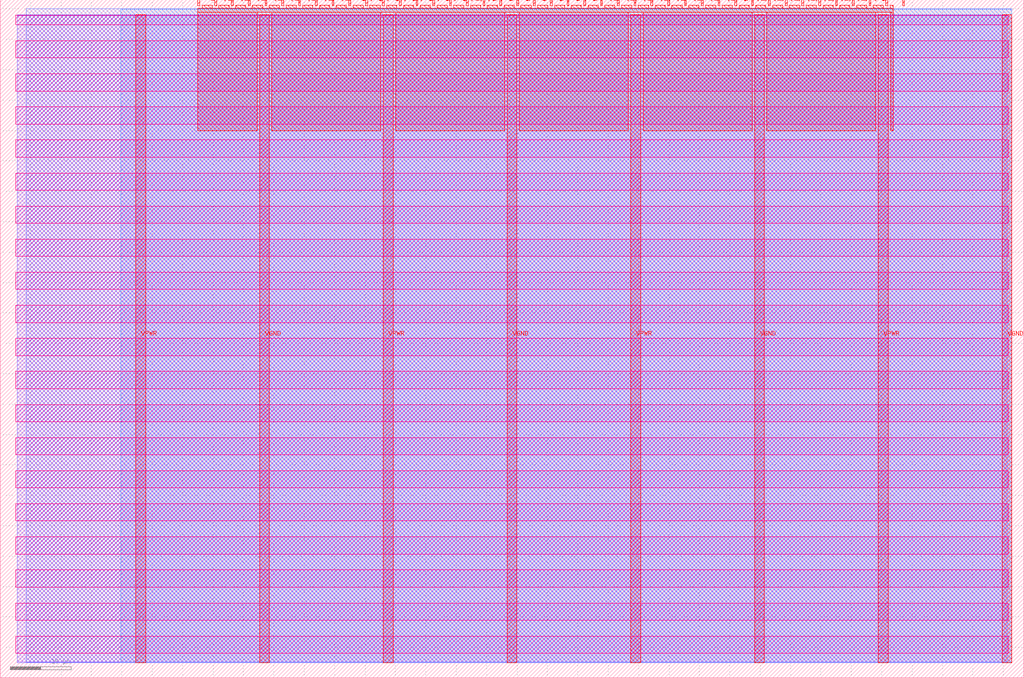
<source format=lef>
VERSION 5.7 ;
  NOWIREEXTENSIONATPIN ON ;
  DIVIDERCHAR "/" ;
  BUSBITCHARS "[]" ;
MACRO tt_um_tomkeddie_a
  CLASS BLOCK ;
  FOREIGN tt_um_tomkeddie_a ;
  ORIGIN 0.000 0.000 ;
  SIZE 168.360 BY 111.520 ;
  PIN VGND
    DIRECTION INOUT ;
    USE GROUND ;
    PORT
      LAYER met4 ;
        RECT 42.670 2.480 44.270 109.040 ;
    END
    PORT
      LAYER met4 ;
        RECT 83.380 2.480 84.980 109.040 ;
    END
    PORT
      LAYER met4 ;
        RECT 124.090 2.480 125.690 109.040 ;
    END
    PORT
      LAYER met4 ;
        RECT 164.800 2.480 166.400 109.040 ;
    END
  END VGND
  PIN VPWR
    DIRECTION INOUT ;
    USE POWER ;
    PORT
      LAYER met4 ;
        RECT 22.315 2.480 23.915 109.040 ;
    END
    PORT
      LAYER met4 ;
        RECT 63.025 2.480 64.625 109.040 ;
    END
    PORT
      LAYER met4 ;
        RECT 103.735 2.480 105.335 109.040 ;
    END
    PORT
      LAYER met4 ;
        RECT 144.445 2.480 146.045 109.040 ;
    END
  END VPWR
  PIN clk
    DIRECTION INPUT ;
    USE SIGNAL ;
    ANTENNAGATEAREA 0.852000 ;
    PORT
      LAYER met4 ;
        RECT 145.670 110.520 145.970 111.520 ;
    END
  END clk
  PIN ena
    DIRECTION INPUT ;
    USE SIGNAL ;
    PORT
      LAYER met4 ;
        RECT 148.430 110.520 148.730 111.520 ;
    END
  END ena
  PIN rst_n
    DIRECTION INPUT ;
    USE SIGNAL ;
    ANTENNAGATEAREA 0.213000 ;
    PORT
      LAYER met4 ;
        RECT 142.910 110.520 143.210 111.520 ;
    END
  END rst_n
  PIN ui_in[0]
    DIRECTION INPUT ;
    USE SIGNAL ;
    ANTENNAGATEAREA 0.196500 ;
    PORT
      LAYER met4 ;
        RECT 140.150 110.520 140.450 111.520 ;
    END
  END ui_in[0]
  PIN ui_in[1]
    DIRECTION INPUT ;
    USE SIGNAL ;
    ANTENNAGATEAREA 0.196500 ;
    PORT
      LAYER met4 ;
        RECT 137.390 110.520 137.690 111.520 ;
    END
  END ui_in[1]
  PIN ui_in[2]
    DIRECTION INPUT ;
    USE SIGNAL ;
    ANTENNAGATEAREA 0.196500 ;
    PORT
      LAYER met4 ;
        RECT 134.630 110.520 134.930 111.520 ;
    END
  END ui_in[2]
  PIN ui_in[3]
    DIRECTION INPUT ;
    USE SIGNAL ;
    ANTENNAGATEAREA 0.196500 ;
    PORT
      LAYER met4 ;
        RECT 131.870 110.520 132.170 111.520 ;
    END
  END ui_in[3]
  PIN ui_in[4]
    DIRECTION INPUT ;
    USE SIGNAL ;
    PORT
      LAYER met4 ;
        RECT 129.110 110.520 129.410 111.520 ;
    END
  END ui_in[4]
  PIN ui_in[5]
    DIRECTION INPUT ;
    USE SIGNAL ;
    PORT
      LAYER met4 ;
        RECT 126.350 110.520 126.650 111.520 ;
    END
  END ui_in[5]
  PIN ui_in[6]
    DIRECTION INPUT ;
    USE SIGNAL ;
    PORT
      LAYER met4 ;
        RECT 123.590 110.520 123.890 111.520 ;
    END
  END ui_in[6]
  PIN ui_in[7]
    DIRECTION INPUT ;
    USE SIGNAL ;
    ANTENNAGATEAREA 0.126000 ;
    PORT
      LAYER met4 ;
        RECT 120.830 110.520 121.130 111.520 ;
    END
  END ui_in[7]
  PIN uio_in[0]
    DIRECTION INPUT ;
    USE SIGNAL ;
    PORT
      LAYER met4 ;
        RECT 118.070 110.520 118.370 111.520 ;
    END
  END uio_in[0]
  PIN uio_in[1]
    DIRECTION INPUT ;
    USE SIGNAL ;
    PORT
      LAYER met4 ;
        RECT 115.310 110.520 115.610 111.520 ;
    END
  END uio_in[1]
  PIN uio_in[2]
    DIRECTION INPUT ;
    USE SIGNAL ;
    PORT
      LAYER met4 ;
        RECT 112.550 110.520 112.850 111.520 ;
    END
  END uio_in[2]
  PIN uio_in[3]
    DIRECTION INPUT ;
    USE SIGNAL ;
    PORT
      LAYER met4 ;
        RECT 109.790 110.520 110.090 111.520 ;
    END
  END uio_in[3]
  PIN uio_in[4]
    DIRECTION INPUT ;
    USE SIGNAL ;
    PORT
      LAYER met4 ;
        RECT 107.030 110.520 107.330 111.520 ;
    END
  END uio_in[4]
  PIN uio_in[5]
    DIRECTION INPUT ;
    USE SIGNAL ;
    PORT
      LAYER met4 ;
        RECT 104.270 110.520 104.570 111.520 ;
    END
  END uio_in[5]
  PIN uio_in[6]
    DIRECTION INPUT ;
    USE SIGNAL ;
    PORT
      LAYER met4 ;
        RECT 101.510 110.520 101.810 111.520 ;
    END
  END uio_in[6]
  PIN uio_in[7]
    DIRECTION INPUT ;
    USE SIGNAL ;
    PORT
      LAYER met4 ;
        RECT 98.750 110.520 99.050 111.520 ;
    END
  END uio_in[7]
  PIN uio_oe[0]
    DIRECTION OUTPUT TRISTATE ;
    USE SIGNAL ;
    ANTENNADIFFAREA 0.445500 ;
    PORT
      LAYER met4 ;
        RECT 51.830 110.520 52.130 111.520 ;
    END
  END uio_oe[0]
  PIN uio_oe[1]
    DIRECTION OUTPUT TRISTATE ;
    USE SIGNAL ;
    ANTENNADIFFAREA 0.445500 ;
    PORT
      LAYER met4 ;
        RECT 49.070 110.520 49.370 111.520 ;
    END
  END uio_oe[1]
  PIN uio_oe[2]
    DIRECTION OUTPUT TRISTATE ;
    USE SIGNAL ;
    ANTENNADIFFAREA 0.445500 ;
    PORT
      LAYER met4 ;
        RECT 46.310 110.520 46.610 111.520 ;
    END
  END uio_oe[2]
  PIN uio_oe[3]
    DIRECTION OUTPUT TRISTATE ;
    USE SIGNAL ;
    ANTENNADIFFAREA 0.445500 ;
    PORT
      LAYER met4 ;
        RECT 43.550 110.520 43.850 111.520 ;
    END
  END uio_oe[3]
  PIN uio_oe[4]
    DIRECTION OUTPUT TRISTATE ;
    USE SIGNAL ;
    ANTENNADIFFAREA 0.445500 ;
    PORT
      LAYER met4 ;
        RECT 40.790 110.520 41.090 111.520 ;
    END
  END uio_oe[4]
  PIN uio_oe[5]
    DIRECTION OUTPUT TRISTATE ;
    USE SIGNAL ;
    ANTENNADIFFAREA 0.445500 ;
    PORT
      LAYER met4 ;
        RECT 38.030 110.520 38.330 111.520 ;
    END
  END uio_oe[5]
  PIN uio_oe[6]
    DIRECTION OUTPUT TRISTATE ;
    USE SIGNAL ;
    ANTENNADIFFAREA 0.445500 ;
    PORT
      LAYER met4 ;
        RECT 35.270 110.520 35.570 111.520 ;
    END
  END uio_oe[6]
  PIN uio_oe[7]
    DIRECTION OUTPUT TRISTATE ;
    USE SIGNAL ;
    ANTENNAGATEAREA 1.869000 ;
    ANTENNADIFFAREA 0.891000 ;
    PORT
      LAYER met4 ;
        RECT 32.510 110.520 32.810 111.520 ;
    END
  END uio_oe[7]
  PIN uio_out[0]
    DIRECTION OUTPUT TRISTATE ;
    USE SIGNAL ;
    ANTENNADIFFAREA 0.795200 ;
    PORT
      LAYER met4 ;
        RECT 73.910 110.520 74.210 111.520 ;
    END
  END uio_out[0]
  PIN uio_out[1]
    DIRECTION OUTPUT TRISTATE ;
    USE SIGNAL ;
    ANTENNADIFFAREA 0.445500 ;
    PORT
      LAYER met4 ;
        RECT 71.150 110.520 71.450 111.520 ;
    END
  END uio_out[1]
  PIN uio_out[2]
    DIRECTION OUTPUT TRISTATE ;
    USE SIGNAL ;
    ANTENNADIFFAREA 0.445500 ;
    PORT
      LAYER met4 ;
        RECT 68.390 110.520 68.690 111.520 ;
    END
  END uio_out[2]
  PIN uio_out[3]
    DIRECTION OUTPUT TRISTATE ;
    USE SIGNAL ;
    ANTENNADIFFAREA 0.445500 ;
    PORT
      LAYER met4 ;
        RECT 65.630 110.520 65.930 111.520 ;
    END
  END uio_out[3]
  PIN uio_out[4]
    DIRECTION OUTPUT TRISTATE ;
    USE SIGNAL ;
    ANTENNADIFFAREA 0.445500 ;
    PORT
      LAYER met4 ;
        RECT 62.870 110.520 63.170 111.520 ;
    END
  END uio_out[4]
  PIN uio_out[5]
    DIRECTION OUTPUT TRISTATE ;
    USE SIGNAL ;
    ANTENNADIFFAREA 0.445500 ;
    PORT
      LAYER met4 ;
        RECT 60.110 110.520 60.410 111.520 ;
    END
  END uio_out[5]
  PIN uio_out[6]
    DIRECTION OUTPUT TRISTATE ;
    USE SIGNAL ;
    PORT
      LAYER met4 ;
        RECT 57.350 110.520 57.650 111.520 ;
    END
  END uio_out[6]
  PIN uio_out[7]
    DIRECTION OUTPUT TRISTATE ;
    USE SIGNAL ;
    PORT
      LAYER met4 ;
        RECT 54.590 110.520 54.890 111.520 ;
    END
  END uio_out[7]
  PIN uo_out[0]
    DIRECTION OUTPUT TRISTATE ;
    USE SIGNAL ;
    ANTENNADIFFAREA 0.795200 ;
    PORT
      LAYER met4 ;
        RECT 95.990 110.520 96.290 111.520 ;
    END
  END uo_out[0]
  PIN uo_out[1]
    DIRECTION OUTPUT TRISTATE ;
    USE SIGNAL ;
    ANTENNADIFFAREA 0.445500 ;
    PORT
      LAYER met4 ;
        RECT 93.230 110.520 93.530 111.520 ;
    END
  END uo_out[1]
  PIN uo_out[2]
    DIRECTION OUTPUT TRISTATE ;
    USE SIGNAL ;
    ANTENNADIFFAREA 0.795200 ;
    PORT
      LAYER met4 ;
        RECT 90.470 110.520 90.770 111.520 ;
    END
  END uo_out[2]
  PIN uo_out[3]
    DIRECTION OUTPUT TRISTATE ;
    USE SIGNAL ;
    ANTENNADIFFAREA 0.445500 ;
    PORT
      LAYER met4 ;
        RECT 87.710 110.520 88.010 111.520 ;
    END
  END uo_out[3]
  PIN uo_out[4]
    DIRECTION OUTPUT TRISTATE ;
    USE SIGNAL ;
    ANTENNADIFFAREA 0.445500 ;
    PORT
      LAYER met4 ;
        RECT 84.950 110.520 85.250 111.520 ;
    END
  END uo_out[4]
  PIN uo_out[5]
    DIRECTION OUTPUT TRISTATE ;
    USE SIGNAL ;
    ANTENNAGATEAREA 0.159000 ;
    ANTENNADIFFAREA 0.795200 ;
    PORT
      LAYER met4 ;
        RECT 82.190 110.520 82.490 111.520 ;
    END
  END uo_out[5]
  PIN uo_out[6]
    DIRECTION OUTPUT TRISTATE ;
    USE SIGNAL ;
    ANTENNADIFFAREA 0.445500 ;
    PORT
      LAYER met4 ;
        RECT 79.430 110.520 79.730 111.520 ;
    END
  END uo_out[6]
  PIN uo_out[7]
    DIRECTION OUTPUT TRISTATE ;
    USE SIGNAL ;
    ANTENNADIFFAREA 0.795200 ;
    PORT
      LAYER met4 ;
        RECT 76.670 110.520 76.970 111.520 ;
    END
  END uo_out[7]
  OBS
      LAYER nwell ;
        RECT 2.570 107.385 165.790 108.990 ;
        RECT 2.570 101.945 165.790 104.775 ;
        RECT 2.570 96.505 165.790 99.335 ;
        RECT 2.570 91.065 165.790 93.895 ;
        RECT 2.570 85.625 165.790 88.455 ;
        RECT 2.570 80.185 165.790 83.015 ;
        RECT 2.570 74.745 165.790 77.575 ;
        RECT 2.570 69.305 165.790 72.135 ;
        RECT 2.570 63.865 165.790 66.695 ;
        RECT 2.570 58.425 165.790 61.255 ;
        RECT 2.570 52.985 165.790 55.815 ;
        RECT 2.570 47.545 165.790 50.375 ;
        RECT 2.570 42.105 165.790 44.935 ;
        RECT 2.570 36.665 165.790 39.495 ;
        RECT 2.570 31.225 165.790 34.055 ;
        RECT 2.570 25.785 165.790 28.615 ;
        RECT 2.570 20.345 165.790 23.175 ;
        RECT 2.570 14.905 165.790 17.735 ;
        RECT 2.570 9.465 165.790 12.295 ;
        RECT 2.570 4.025 165.790 6.855 ;
      LAYER li1 ;
        RECT 2.760 2.635 165.600 108.885 ;
      LAYER met1 ;
        RECT 2.760 2.480 166.400 109.040 ;
      LAYER met2 ;
        RECT 4.240 2.535 166.370 110.005 ;
      LAYER met3 ;
        RECT 19.845 2.555 166.390 109.985 ;
      LAYER met4 ;
        RECT 33.210 110.120 34.870 110.650 ;
        RECT 35.970 110.120 37.630 110.650 ;
        RECT 38.730 110.120 40.390 110.650 ;
        RECT 41.490 110.120 43.150 110.650 ;
        RECT 44.250 110.120 45.910 110.650 ;
        RECT 47.010 110.120 48.670 110.650 ;
        RECT 49.770 110.120 51.430 110.650 ;
        RECT 52.530 110.120 54.190 110.650 ;
        RECT 55.290 110.120 56.950 110.650 ;
        RECT 58.050 110.120 59.710 110.650 ;
        RECT 60.810 110.120 62.470 110.650 ;
        RECT 63.570 110.120 65.230 110.650 ;
        RECT 66.330 110.120 67.990 110.650 ;
        RECT 69.090 110.120 70.750 110.650 ;
        RECT 71.850 110.120 73.510 110.650 ;
        RECT 74.610 110.120 76.270 110.650 ;
        RECT 77.370 110.120 79.030 110.650 ;
        RECT 80.130 110.120 81.790 110.650 ;
        RECT 82.890 110.120 84.550 110.650 ;
        RECT 85.650 110.120 87.310 110.650 ;
        RECT 88.410 110.120 90.070 110.650 ;
        RECT 91.170 110.120 92.830 110.650 ;
        RECT 93.930 110.120 95.590 110.650 ;
        RECT 96.690 110.120 98.350 110.650 ;
        RECT 99.450 110.120 101.110 110.650 ;
        RECT 102.210 110.120 103.870 110.650 ;
        RECT 104.970 110.120 106.630 110.650 ;
        RECT 107.730 110.120 109.390 110.650 ;
        RECT 110.490 110.120 112.150 110.650 ;
        RECT 113.250 110.120 114.910 110.650 ;
        RECT 116.010 110.120 117.670 110.650 ;
        RECT 118.770 110.120 120.430 110.650 ;
        RECT 121.530 110.120 123.190 110.650 ;
        RECT 124.290 110.120 125.950 110.650 ;
        RECT 127.050 110.120 128.710 110.650 ;
        RECT 129.810 110.120 131.470 110.650 ;
        RECT 132.570 110.120 134.230 110.650 ;
        RECT 135.330 110.120 136.990 110.650 ;
        RECT 138.090 110.120 139.750 110.650 ;
        RECT 140.850 110.120 142.510 110.650 ;
        RECT 143.610 110.120 145.270 110.650 ;
        RECT 146.370 110.120 146.905 110.650 ;
        RECT 32.495 109.440 146.905 110.120 ;
        RECT 32.495 89.935 42.270 109.440 ;
        RECT 44.670 89.935 62.625 109.440 ;
        RECT 65.025 89.935 82.980 109.440 ;
        RECT 85.380 89.935 103.335 109.440 ;
        RECT 105.735 89.935 123.690 109.440 ;
        RECT 126.090 89.935 144.045 109.440 ;
        RECT 146.445 89.935 146.905 109.440 ;
  END
END tt_um_tomkeddie_a
END LIBRARY


</source>
